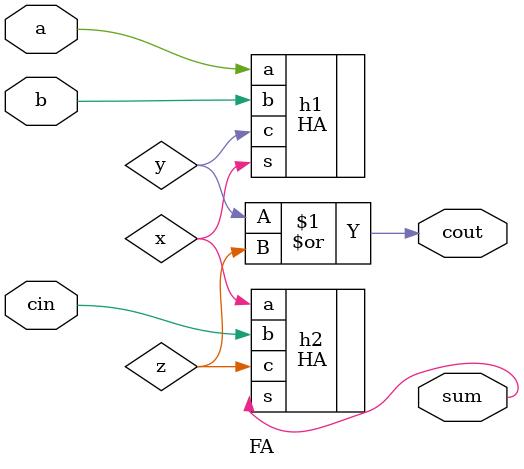
<source format=v>
`timescale 1ns / 1ps

module FA(a,b,cin,sum,cout);
  input a,b,cin;
  output sum,cout;
  wire x,y,z;
 
  HA h1(.a(a),.b(b),.s(x),.c(y));
  
  HA h2(.a(x),.b(cin),.s(sum),.c(z));
  
  or o1(cout,y,z);
  
endmodule 


</source>
